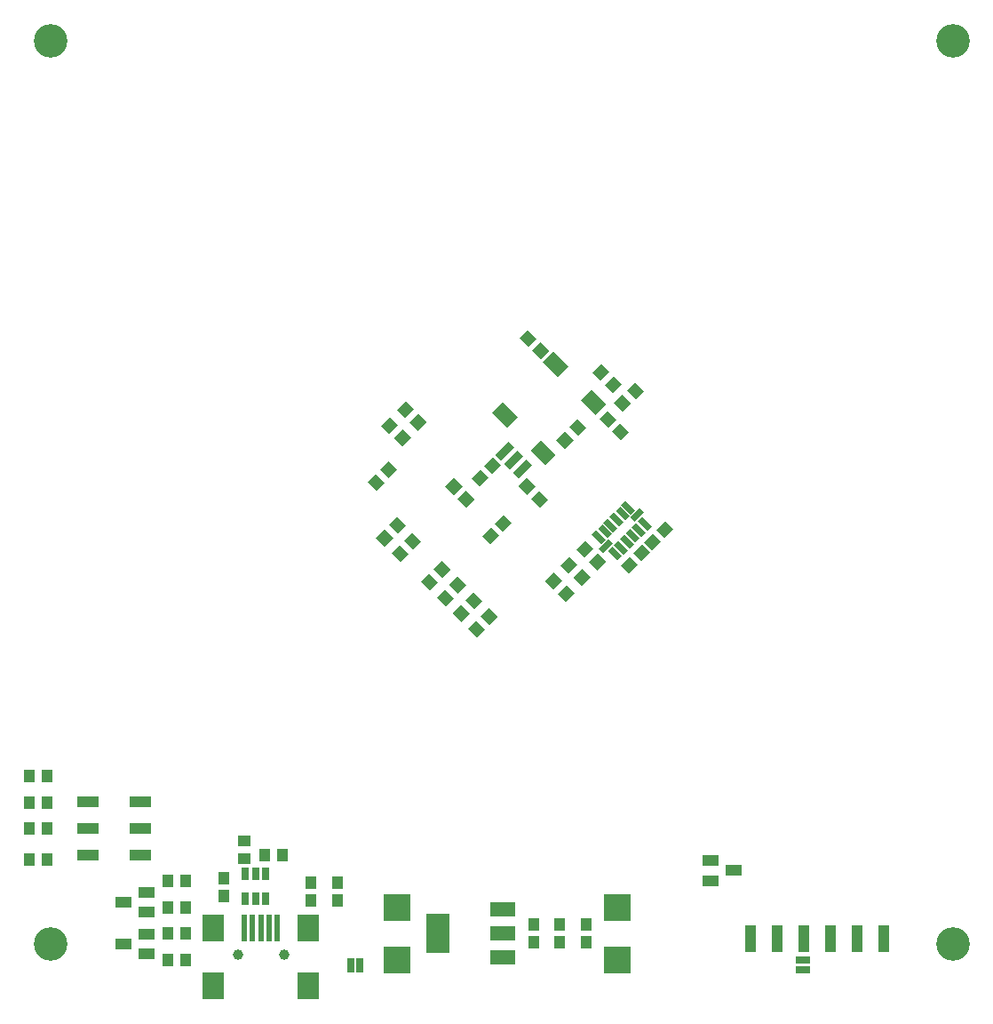
<source format=gts>
G75*
%MOIN*%
%OFA0B0*%
%FSLAX24Y24*%
%IPPOS*%
%LPD*%
%AMOC8*
5,1,8,0,0,1.08239X$1,22.5*
%
%ADD10C,0.1260*%
%ADD11R,0.0434X0.0473*%
%ADD12R,0.0473X0.0434*%
%ADD13R,0.0316X0.0709*%
%ADD14R,0.0827X0.0434*%
%ADD15R,0.0552X0.0788*%
%ADD16R,0.0920X0.0520*%
%ADD17R,0.0906X0.1457*%
%ADD18R,0.0985X0.0985*%
%ADD19R,0.0237X0.0512*%
%ADD20R,0.0434X0.1024*%
%ADD21R,0.0237X0.1024*%
%ADD22R,0.0827X0.1024*%
%ADD23C,0.0394*%
%ADD24R,0.0276X0.0512*%
%ADD25R,0.0591X0.0434*%
%ADD26R,0.0540X0.0290*%
%ADD27R,0.0290X0.0540*%
D10*
X002936Y008207D03*
X036794Y008207D03*
X036794Y042066D03*
X002936Y042066D03*
D11*
X007326Y007617D03*
X007995Y007617D03*
X007995Y008601D03*
X007326Y008601D03*
X007326Y009585D03*
X007995Y009585D03*
X007995Y010570D03*
X007326Y010570D03*
X009432Y010668D03*
X009432Y009999D03*
X010948Y011554D03*
X011617Y011554D03*
X012700Y010510D03*
X012700Y009841D03*
X013684Y009841D03*
X013684Y010510D03*
X021046Y008936D03*
X021046Y008266D03*
X022030Y008266D03*
X022030Y008936D03*
X023015Y008936D03*
X023015Y008266D03*
G36*
X019240Y020005D02*
X018933Y019698D01*
X018600Y020031D01*
X018907Y020338D01*
X019240Y020005D01*
G37*
G36*
X019713Y020478D02*
X019406Y020171D01*
X019073Y020504D01*
X019380Y020811D01*
X019713Y020478D01*
G37*
G36*
X019122Y021069D02*
X018815Y020762D01*
X018482Y021095D01*
X018789Y021402D01*
X019122Y021069D01*
G37*
G36*
X018649Y020596D02*
X018342Y020289D01*
X018009Y020622D01*
X018316Y020929D01*
X018649Y020596D01*
G37*
G36*
X018059Y021186D02*
X017752Y020879D01*
X017419Y021212D01*
X017726Y021519D01*
X018059Y021186D01*
G37*
G36*
X018532Y021659D02*
X018225Y021352D01*
X017892Y021685D01*
X018199Y021992D01*
X018532Y021659D01*
G37*
G36*
X017941Y022250D02*
X017634Y021943D01*
X017301Y022276D01*
X017608Y022583D01*
X017941Y022250D01*
G37*
G36*
X017468Y021777D02*
X017161Y021470D01*
X016828Y021803D01*
X017135Y022110D01*
X017468Y021777D01*
G37*
G36*
X016366Y022840D02*
X016059Y022533D01*
X015726Y022866D01*
X016033Y023173D01*
X016366Y022840D01*
G37*
G36*
X016839Y023313D02*
X016532Y023006D01*
X016199Y023339D01*
X016506Y023646D01*
X016839Y023313D01*
G37*
G36*
X016248Y023903D02*
X015941Y023596D01*
X015608Y023929D01*
X015915Y024236D01*
X016248Y023903D01*
G37*
G36*
X015775Y023430D02*
X015468Y023123D01*
X015135Y023456D01*
X015442Y023763D01*
X015775Y023430D01*
G37*
G36*
X015460Y025517D02*
X015153Y025210D01*
X014820Y025543D01*
X015127Y025850D01*
X015460Y025517D01*
G37*
G36*
X015933Y025990D02*
X015626Y025683D01*
X015293Y026016D01*
X015600Y026323D01*
X015933Y025990D01*
G37*
G36*
X016112Y026863D02*
X015805Y027170D01*
X016138Y027503D01*
X016445Y027196D01*
X016112Y026863D01*
G37*
G36*
X015639Y027337D02*
X015332Y027644D01*
X015665Y027977D01*
X015972Y027670D01*
X015639Y027337D01*
G37*
G36*
X016230Y027927D02*
X015923Y028234D01*
X016256Y028567D01*
X016563Y028260D01*
X016230Y027927D01*
G37*
G36*
X016703Y027454D02*
X016396Y027761D01*
X016729Y028094D01*
X017036Y027787D01*
X016703Y027454D01*
G37*
G36*
X021907Y027118D02*
X022214Y027425D01*
X022547Y027092D01*
X022240Y026785D01*
X021907Y027118D01*
G37*
G36*
X022380Y027591D02*
X022687Y027898D01*
X023020Y027565D01*
X022713Y027258D01*
X022380Y027591D01*
G37*
G36*
X024072Y028496D02*
X024379Y028803D01*
X024712Y028470D01*
X024405Y028163D01*
X024072Y028496D01*
G37*
G36*
X024026Y028871D02*
X023719Y029178D01*
X024052Y029511D01*
X024359Y029204D01*
X024026Y028871D01*
G37*
G36*
X024545Y028969D02*
X024852Y029276D01*
X025185Y028943D01*
X024878Y028636D01*
X024545Y028969D01*
G37*
G36*
X023552Y029344D02*
X023245Y029651D01*
X023578Y029984D01*
X023885Y029677D01*
X023552Y029344D01*
G37*
G36*
X022988Y023331D02*
X023295Y023024D01*
X022962Y022691D01*
X022655Y022998D01*
X022988Y023331D01*
G37*
G36*
X023461Y022858D02*
X023768Y022551D01*
X023435Y022218D01*
X023128Y022525D01*
X023461Y022858D01*
G37*
G36*
X022871Y022267D02*
X023178Y021960D01*
X022845Y021627D01*
X022538Y021934D01*
X022871Y022267D01*
G37*
G36*
X022397Y022740D02*
X022704Y022433D01*
X022371Y022100D01*
X022064Y022407D01*
X022397Y022740D01*
G37*
G36*
X021807Y022150D02*
X022114Y021843D01*
X021781Y021510D01*
X021474Y021817D01*
X021807Y022150D01*
G37*
G36*
X022280Y021677D02*
X022587Y021370D01*
X022254Y021037D01*
X021947Y021344D01*
X022280Y021677D01*
G37*
X002798Y014507D03*
X002129Y014507D03*
X002129Y013522D03*
X002798Y013522D03*
X002798Y012538D03*
X002129Y012538D03*
X002129Y011357D03*
X002798Y011357D03*
D12*
X010180Y011416D03*
X010180Y012085D03*
G36*
X019752Y023535D02*
X019419Y023202D01*
X019112Y023509D01*
X019445Y023842D01*
X019752Y023535D01*
G37*
G36*
X020225Y024008D02*
X019892Y023675D01*
X019585Y023982D01*
X019918Y024315D01*
X020225Y024008D01*
G37*
G36*
X021270Y025220D02*
X021603Y024887D01*
X021296Y024580D01*
X020963Y024913D01*
X021270Y025220D01*
G37*
G36*
X020797Y025693D02*
X021130Y025360D01*
X020823Y025053D01*
X020490Y025386D01*
X020797Y025693D01*
G37*
G36*
X019191Y026148D02*
X019524Y026481D01*
X019831Y026174D01*
X019498Y025841D01*
X019191Y026148D01*
G37*
G36*
X018718Y025674D02*
X019051Y026007D01*
X019358Y025700D01*
X019025Y025367D01*
X018718Y025674D01*
G37*
G36*
X018067Y025053D02*
X017734Y025386D01*
X018041Y025693D01*
X018374Y025360D01*
X018067Y025053D01*
G37*
G36*
X018540Y024580D02*
X018207Y024913D01*
X018514Y025220D01*
X018847Y024887D01*
X018540Y024580D01*
G37*
G36*
X023828Y028213D02*
X024161Y027880D01*
X023854Y027573D01*
X023521Y027906D01*
X023828Y028213D01*
G37*
G36*
X024301Y027740D02*
X024634Y027407D01*
X024327Y027100D01*
X023994Y027433D01*
X024301Y027740D01*
G37*
G36*
X021309Y030771D02*
X021642Y030438D01*
X021335Y030131D01*
X021002Y030464D01*
X021309Y030771D01*
G37*
G36*
X020836Y031244D02*
X021169Y030911D01*
X020862Y030604D01*
X020529Y030937D01*
X020836Y031244D01*
G37*
G36*
X025648Y023746D02*
X025981Y024079D01*
X026288Y023772D01*
X025955Y023439D01*
X025648Y023746D01*
G37*
G36*
X025175Y023273D02*
X025508Y023606D01*
X025815Y023299D01*
X025482Y022966D01*
X025175Y023273D01*
G37*
G36*
X025422Y022906D02*
X025089Y022573D01*
X024782Y022880D01*
X025115Y023213D01*
X025422Y022906D01*
G37*
G36*
X024948Y022433D02*
X024615Y022100D01*
X024308Y022407D01*
X024641Y022740D01*
X024948Y022433D01*
G37*
D13*
G36*
X020494Y025661D02*
X020270Y025885D01*
X020770Y026385D01*
X020994Y026161D01*
X020494Y025661D01*
G37*
G36*
X020160Y025995D02*
X019936Y026219D01*
X020436Y026719D01*
X020660Y026495D01*
X020160Y025995D01*
G37*
G36*
X019826Y026329D02*
X019602Y026553D01*
X020102Y027053D01*
X020326Y026829D01*
X019826Y026329D01*
G37*
D14*
X006282Y013538D03*
X006282Y012538D03*
X006282Y011538D03*
X004314Y011538D03*
X004314Y012538D03*
X004314Y013538D03*
D15*
G36*
X019507Y028132D02*
X019897Y028522D01*
X020453Y027966D01*
X020063Y027576D01*
X019507Y028132D01*
G37*
G36*
X020927Y026713D02*
X021317Y027103D01*
X021873Y026547D01*
X021483Y026157D01*
X020927Y026713D01*
G37*
G36*
X022820Y028606D02*
X023210Y028996D01*
X023766Y028440D01*
X023376Y028050D01*
X022820Y028606D01*
G37*
G36*
X021400Y030026D02*
X021790Y030416D01*
X022346Y029860D01*
X021956Y029470D01*
X021400Y030026D01*
G37*
D16*
X019904Y009511D03*
X019904Y008601D03*
X019904Y007691D03*
D17*
X017464Y008601D03*
D18*
X015928Y007617D03*
X015928Y009585D03*
X024196Y009585D03*
X024196Y007617D03*
D19*
G36*
X023839Y022953D02*
X024006Y023120D01*
X024367Y022759D01*
X024200Y022592D01*
X023839Y022953D01*
G37*
G36*
X023672Y022871D02*
X023505Y023038D01*
X023866Y023399D01*
X024033Y023232D01*
X023672Y022871D01*
G37*
G36*
X024589Y022982D02*
X024422Y022815D01*
X024061Y023176D01*
X024228Y023343D01*
X024589Y022982D01*
G37*
G36*
X024812Y023205D02*
X024645Y023038D01*
X024284Y023399D01*
X024451Y023566D01*
X024812Y023205D01*
G37*
G36*
X025035Y023427D02*
X024868Y023260D01*
X024507Y023621D01*
X024674Y023788D01*
X025035Y023427D01*
G37*
G36*
X025258Y023650D02*
X025091Y023483D01*
X024730Y023844D01*
X024897Y024011D01*
X025258Y023650D01*
G37*
G36*
X025480Y023873D02*
X025313Y023706D01*
X024952Y024067D01*
X025119Y024234D01*
X025480Y023873D01*
G37*
G36*
X025035Y024568D02*
X025202Y024401D01*
X024841Y024040D01*
X024674Y024207D01*
X025035Y024568D01*
G37*
G36*
X024868Y024485D02*
X024701Y024318D01*
X024340Y024679D01*
X024507Y024846D01*
X024868Y024485D01*
G37*
G36*
X024645Y024262D02*
X024478Y024095D01*
X024117Y024456D01*
X024284Y024623D01*
X024645Y024262D01*
G37*
G36*
X023894Y024234D02*
X024061Y024401D01*
X024422Y024040D01*
X024255Y023873D01*
X023894Y024234D01*
G37*
G36*
X023672Y024011D02*
X023839Y024178D01*
X024200Y023817D01*
X024033Y023650D01*
X023672Y024011D01*
G37*
G36*
X023449Y023788D02*
X023616Y023955D01*
X023977Y023594D01*
X023810Y023427D01*
X023449Y023788D01*
G37*
G36*
X023226Y023566D02*
X023393Y023733D01*
X023754Y023372D01*
X023587Y023205D01*
X023226Y023566D01*
G37*
D20*
X029176Y008404D03*
X030176Y008404D03*
X031176Y008404D03*
X032176Y008404D03*
X033176Y008404D03*
X034176Y008404D03*
D21*
X011440Y008798D03*
X011125Y008798D03*
X010810Y008798D03*
X010495Y008798D03*
X010180Y008798D03*
D22*
X009038Y008798D03*
X009038Y006633D03*
X012582Y006633D03*
X012582Y008798D03*
D23*
X011676Y007814D03*
X009944Y007814D03*
D24*
X010239Y009920D03*
X010613Y009920D03*
X010987Y009920D03*
X010987Y010825D03*
X010613Y010825D03*
X010239Y010825D03*
D25*
X006519Y010156D03*
X006519Y009408D03*
X006519Y008581D03*
X006519Y007833D03*
X005652Y008207D03*
X005652Y009782D03*
X027700Y010589D03*
X027700Y011337D03*
X028566Y010963D03*
D26*
X031164Y007597D03*
X031164Y007243D03*
D27*
X014530Y007420D03*
X014176Y007420D03*
M02*

</source>
